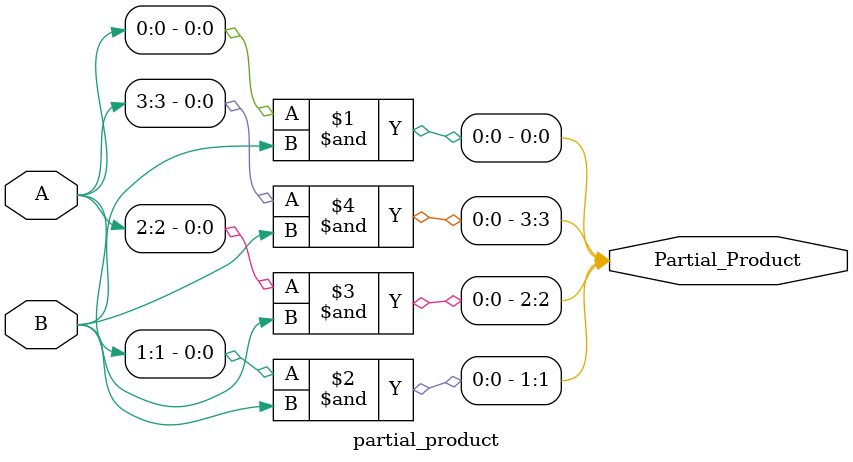
<source format=v>
`timescale 1ns / 1ps

module partial_product (A, B, Partial_Product);
	input [3:0] A;
	input B;
	
	output [3:0] Partial_Product;
	
	assign Partial_Product[0] = A[0]& B;
	assign Partial_Product[1] = A[1]& B;
	assign Partial_Product[2] = A[2]& B;
	assign Partial_Product[3] = A[3]& B;
	
endmodule


</source>
